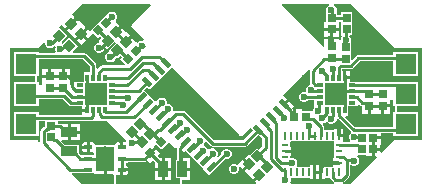
<source format=gtl>
%FSTAX44Y44*%
%MOMM*%
%SFA1B1*%

%IPPOS*%
%AMD17*
4,1,4,0.464820,-0.177800,-0.177800,0.464820,-0.464820,0.177800,0.177800,-0.464820,0.464820,-0.177800,0.0*
%
%AMD18*
4,1,4,0.464820,0.177800,0.177800,0.464820,-0.464820,-0.177800,-0.177800,-0.464820,0.464820,0.177800,0.0*
%
%AMD19*
4,1,4,-0.535940,-0.015240,-0.015240,-0.535940,0.535940,0.015240,0.015240,0.535940,-0.535940,-0.015240,0.0*
%
%AMD29*
4,1,4,-0.474980,-0.017780,-0.017780,-0.474980,0.474980,0.017780,0.017780,0.474980,-0.474980,-0.017780,0.0*
%
%AMD32*
4,1,4,-0.017780,0.474980,-0.474980,0.017780,0.017780,-0.474980,0.474980,-0.017780,-0.017780,0.474980,0.0*
%
%AMD33*
4,1,4,-0.563880,0.000000,0.000000,-0.563880,0.563880,0.000000,0.000000,0.563880,-0.563880,0.000000,0.0*
%
%AMD38*
4,1,8,0.800100,-1.000760,0.800100,1.000760,0.751840,1.049020,-0.751840,1.049020,-0.800100,1.000760,-0.800100,-1.000760,-0.751840,-1.049020,0.751840,-1.049020,0.800100,-1.000760,0.0*
1,1,0.096000,0.751840,-1.000760*
1,1,0.096000,0.751840,1.000760*
1,1,0.096000,-0.751840,1.000760*
1,1,0.096000,-0.751840,-1.000760*
%
%AMD39*
4,1,8,0.299720,-0.124460,0.299720,0.124460,0.248920,0.175260,-0.248920,0.175260,-0.299720,0.124460,-0.299720,-0.124460,-0.248920,-0.175260,0.248920,-0.175260,0.299720,-0.124460,0.0*
1,1,0.101600,0.248920,-0.124460*
1,1,0.101600,0.248920,0.124460*
1,1,0.101600,-0.248920,0.124460*
1,1,0.101600,-0.248920,-0.124460*
%
%ADD13C,0.253999*%
G04~CAMADD=17~9~0.0~0.0~358.3~161.4~0.0~0.0~0~0.0~0.0~0.0~0.0~0~0.0~0.0~0.0~0.0~0~0.0~0.0~0.0~315.0~366.0~365.0*
%ADD17D17*%
G04~CAMADD=18~9~0.0~0.0~161.4~358.3~0.0~0.0~0~0.0~0.0~0.0~0.0~0~0.0~0.0~0.0~0.0~0~0.0~0.0~0.0~315.0~366.0~365.0*
%ADD18D18*%
G04~CAMADD=19~9~0.0~0.0~291.3~307.1~0.0~0.0~0~0.0~0.0~0.0~0.0~0~0.0~0.0~0.0~0.0~0~0.0~0.0~0.0~135.0~422.0~421.0*
%ADD19D19*%
%ADD20R,0.574999X0.250000*%
%ADD21R,0.250000X0.674999*%
%ADD22R,0.779998X0.739999*%
%ADD23R,0.699999X0.649999*%
%ADD24R,0.299999X0.629999*%
%ADD25R,0.629999X0.299999*%
%ADD26R,0.739999X0.779998*%
%ADD27R,1.324997X0.824998*%
%ADD28R,0.824998X1.324997*%
G04~CAMADD=29~9~0.0~0.0~255.9~275.6~0.0~0.0~0~0.0~0.0~0.0~0.0~0~0.0~0.0~0.0~0.0~0~0.0~0.0~0.0~135.0~374.0~373.0*
%ADD29D29*%
%ADD30R,0.649999X0.699999*%
%ADD31R,1.849996X1.849996*%
G04~CAMADD=32~9~0.0~0.0~255.9~275.6~0.0~0.0~0~0.0~0.0~0.0~0.0~0~0.0~0.0~0.0~0.0~0~0.0~0.0~0.0~45.0~374.0~373.0*
%ADD32D32*%
G04~CAMADD=33~10~0.0~315.0~0.0~0.0~0.0~0.0~0~0.0~0.0~0.0~0.0~0~0.0~0.0~0.0~0.0~0~0.0~0.0~0.0~135.0~315.0~0.0*
%ADD33D33*%
%ADD36R,1.799996X1.799996*%
%ADD37C,0.499999*%
G04~CAMADD=38~8~0.0~0.0~826.8~629.9~18.9~0.0~15~0.0~0.0~0.0~0.0~0~0.0~0.0~0.0~0.0~0~0.0~0.0~0.0~270.0~630.0~827.0*
%ADD38D38*%
G04~CAMADD=39~8~0.0~0.0~137.8~236.2~20.0~0.0~15~0.0~0.0~0.0~0.0~0~0.0~0.0~0.0~0.0~0~0.0~0.0~0.0~270.0~236.0~138.0*
%ADD39D39*%
%ADD40C,0.599999*%
%LNpcb1-1*%
%LPD*%
G36*
X01203147Y00562548D02*
X01202753Y00562384D01*
X01201544Y00561175*
X01200889Y00559594*
Y00557884*
X01200612Y00557469*
X01200229*
Y00548909*
X01198989*
Y00543739*
X0120523*
X01211469*
Y0054825*
X01212692Y00549023*
X01213379Y00548724*
Y00537819*
X01213391*
X01213918Y00536549*
X0121352Y00536151*
X01212865Y0053457*
Y00533298*
X01212739Y00533155*
X01211469Y00533635*
Y00534579*
X012065*
Y00528139*
X0120396*
Y00534579*
X01198989*
Y00528359*
X01197816Y00527873*
X01163044Y00562644*
X0116353Y00563818*
X01202895*
X01203147Y00562548*
G37*
G36*
X01052142Y00562644D02*
X01035888Y0054639D01*
X01035476Y00545395*
X01035888Y005444*
X01046153Y00534135*
X01046019Y00533701*
X0104553Y00532961*
X01044079*
X01042499Y00532307*
X01041289Y00531097*
X01040246Y00531582*
X0103986Y00531925*
X01036346Y00535439*
X01031792Y00530886*
X01029996Y00532682*
X0103455Y00537236*
X01031035Y0054075*
X01030886Y00540601*
X0102796Y00543527*
X01023406Y00538973*
X0102161Y00540769*
X01026164Y00545323*
X0102265Y00548837*
X01022419Y00550012*
X01023027Y0055062*
X01023681Y005522*
Y00553911*
X01023027Y00555491*
X01021817Y00556701*
X01020237Y00557355*
X01018526*
X01016945Y00556701*
X01015736Y00555491*
X01015538Y00555015*
X01014454Y00554799*
X01007666Y00548011*
X01000949Y00541294*
X00999728Y00541411*
X00998822Y00542317*
X00995095Y00538591*
X00998821Y00534864*
X01002548Y00538591*
X01003769Y00538473*
X01007383Y00534859*
X01008925Y005364*
X01010445Y00534879*
X01008366Y005328*
X01008667Y00532499*
X01008141Y00531229*
X01007864*
X01006283Y00530574*
X01005074Y00529365*
X01004419Y00527784*
Y00526074*
X01005074Y00524493*
X01006283Y00523284*
X01007864Y00522629*
X01009574*
X01011155Y00523284*
X01012364Y00524493*
X01013019Y00526074*
Y00526351*
X01014147Y00527019*
X01015437Y00525729*
X0102149Y00531782*
X01022367Y00530905*
X01021877Y00529838*
X01016752Y00524713*
X0101715Y00524315*
X01016663Y00523006*
X0101541Y00522487*
X01014201Y00521277*
X01013546Y00519697*
Y00517986*
X01014201Y00516406*
X0101541Y00515196*
X01016991Y00514542*
X01018701*
X01020282Y00515196*
X01021491Y00516406*
X0102201Y00517658*
X01023005Y00518028*
X01023416Y00518049*
X01023823Y00517642*
X01026388Y00520207*
X0102789Y00518705*
X01026349Y00517163*
X0103045Y00513063*
X01029964Y00511889*
X01011417*
X01010414Y0051169*
X01009564Y00511122*
X01007229Y00508787*
X01005959Y00509313*
Y00512565*
X0100576Y00513568*
X01005192Y00514418*
X00997751Y00521859*
X00996901Y00522427*
X00995898Y00522626*
X00986489*
X00986003Y005238*
X00990188Y00527984*
X00982692Y0053548*
X00979581Y00532368*
X00979366Y00532225*
X00977559Y00530417*
X00977164Y00530495*
X00976746Y00531874*
X00981583Y00536711*
X00974088Y00544206*
X0097498Y00545107*
X00976318Y00546445*
X00979172Y00543591*
X00983797Y00548216*
X00988421Y0055284*
X00985567Y00555694*
X0099369Y00563818*
X01051656*
X01052142Y00562644*
G37*
G36*
X00962074Y00531793D02*
X00962929Y0053126D01*
Y00529844*
X00963583Y00528263*
X00964793Y00527053*
X00966373Y00526398*
X00968084*
X00969664Y00527053*
X00970552Y0052794*
X00971628Y00527221*
X00971301Y00526431*
Y00524721*
X00971643Y00523897*
X0097081Y00522626*
X00957229*
Y00523379*
X00936629*
Y00502779*
X00954476*
Y00497979*
X00936629*
Y00477379*
X00957229*
Y00483789*
X00977713*
X0098299Y00478512*
X0098384Y00477944*
X00984843Y00477745*
X00987539*
Y00477379*
X00994049*
Y00475889*
X00994299*
Y00475099*
X00998339*
Y00472559*
X00994299*
Y00469919*
X00962974*
X00962496Y00469824*
X00957229*
Y00472579*
X00936629*
Y00451979*
X00957229*
Y00464584*
X00962739*
Y00460433*
X00962169Y00460052*
X00962053Y00459936*
X00961972Y0045992*
X00961122Y00459352*
X00959536Y00457766*
X00958968Y00456916*
X00958769Y00455914*
Y00447872*
X00957595Y00447386*
X00956931Y0044805*
X00956336Y00448448*
X00955633Y00448587*
X0093326*
Y00468972*
Y004953*
Y00526771*
X00955883*
X00956586Y0052691*
X00957181Y00527308*
X00961755Y00531882*
X00962074Y00531793*
G37*
G36*
X01000719Y0051148D02*
Y00505979D01*
X00995539*
Y00498229*
X00995289*
Y00497979*
X00987539*
Y004953*
X00984791*
X00984139Y0049657*
Y00501469*
X009779*
Y00502739*
X0097663*
Y00509179*
X0096774*
Y00502739*
X0096647*
Y00501469*
X00960229*
Y00496299*
X00959577Y004953*
X00957229*
Y00497979*
X00955883*
Y00502779*
X00957229*
Y00517386*
X00980551*
X00980625Y00517336*
X00981628Y00517137*
X00983757*
X0098476Y00517336*
X00984833Y00517386*
X00994813*
X01000719Y0051148*
G37*
G36*
X01257947Y00527308D02*
X01258542Y0052691D01*
X01259245Y00526771*
X01281617*
Y00448587*
X01258995*
X01258292Y00448448*
X01257697Y0044805*
X01247696Y00438049*
X01246523Y00438535*
Y00439548*
X01241753*
Y00435028*
X01243016*
X01243502Y00433855*
X01221188Y0041154*
X0121501*
X01214885Y0041281*
X01215175Y00412868*
X01216025Y00413436*
X01219782Y00417193*
X0122035Y00418043*
X01220549Y00419046*
Y00427504*
X01221819Y0042803*
X01222111Y00427739*
X01223691Y00427084*
X01225402*
X01226982Y00427739*
X01228192Y00428948*
X01228846Y0043053*
Y00432239*
X01228192Y0043382*
X01227013Y00434998*
X01227019Y00435169*
X0122731Y00436268*
X01234443*
Y00435028*
X01239213*
Y00440818*
X01240483*
Y00442088*
X01246523*
Y00444609*
X01247049*
Y0044958*
X01240609*
Y0045212*
X01247049*
Y00454579*
X01257649*
Y00451979*
X01278249*
Y00472579*
X01260402*
Y00477379*
X01278249*
Y00494686*
Y00497979*
X01257649*
Y00497569*
X01227339*
Y00497979*
X01220829*
Y00499469*
X01220579*
Y00500259*
X01216539*
Y00501529*
X01215269*
Y00507219*
X01214389*
Y00509055*
X01221519*
X01222522Y00509254*
X01223372Y00509822*
X01229089Y00515539*
X01257649*
Y00502779*
X01278249*
Y0052098*
Y00523379*
X01257649*
Y00520779*
X01228003*
X01227Y0052058*
X0122615Y00520012*
X01222928Y0051679*
X01221755Y00517276*
Y00522445*
Y00532045*
X01221367Y00532625*
X01221465Y0053286*
Y0053457*
X0122081Y00536151*
X01220412Y00536549*
X01220759Y00537819*
X01222479*
Y00547319*
Y00556919*
X01213379*
Y00554739*
X01210229*
Y00557469*
X01209766*
X01209489Y00557884*
Y00559594*
X01208834Y00561175*
X01207625Y00562384*
X01207231Y00562548*
X01207484Y00563818*
X01221438*
X01257947Y00527308*
G37*
G36*
X01127812Y00452476D02*
X01128807Y00452064D01*
X01129801Y00452476*
X01135868Y00458543*
X01136846Y00459248*
X0113913Y00456964*
X01130555Y00448389*
X01105984*
X01081733Y00472641*
X01080883Y00473209*
X01079881Y00473408*
X01073376*
X01072373Y00473209*
X01072084Y00473016*
X01071058Y00473857*
X01071095Y00473946*
Y00475656*
X0107044Y00477237*
X01069231Y00478446*
X0106765Y00479101*
X0106688*
X01065869Y00479459*
X01065707Y00480274*
Y00481226*
X01065052Y00482807*
X01063843Y00484016*
X01062262Y00484671*
X01060552*
X01058971Y00484016*
X01057762Y00482807*
X01057349Y00481811*
X01055934Y00481655*
X01051555Y00486033*
X01046478Y0049111*
X01048734Y00493366*
X01051018Y00491082*
X01055755Y0049582*
X01056406Y0049647*
X01061143Y00501208*
X01061794Y00501858*
X01066284Y00506349*
X01066532Y00506596*
X01067182Y00507246*
X01070112Y00510176*
X01127812Y00452476*
G37*
G36*
X01186872Y0050775D02*
X01186811Y00507441D01*
Y00497612*
X0118701Y00496609*
X01187019Y00496596*
X01187022Y0049658*
X01186487Y00495106*
X01185651Y0049476*
X01184442Y0049355*
X01183787Y00491969*
Y00490601*
X01183353Y00489963*
X01182715Y00489528*
X01181346*
X01179765Y00488874*
X01178556Y00487664*
X01177901Y00486083*
Y00484373*
X01178556Y00482792*
X01179765Y00481584*
X01181346Y00480928*
X01183056*
X01184637Y00481584*
X01185573Y00482519*
X01190739*
Y00477379*
X011903Y00476291*
X01190154Y00476145*
X01189499Y00474564*
Y00474551*
X01188659Y00473629*
X01180099*
Y00474869*
X01174929*
Y0046863*
X01172389*
Y0047496*
X01171941Y00476042*
X01173163Y00477266*
X01169048Y0048138*
X01165802Y00478135*
X01164006Y00479931*
X01167252Y00483176*
X01163877Y00486551*
X01185702Y00508376*
X01186872Y0050775*
G37*
G36*
X01257649Y0048288D02*
Y00477379D01*
X01258995*
Y00472579*
X01257649*
Y00459819*
X01225061*
X01216675Y00468206*
X01217161Y00469379*
X01219339*
Y00477129*
X01219589*
Y00477379*
X01227339*
Y00478648*
X01228512Y00479135*
X01229293Y00478354*
X01230143Y00477786*
X01230907Y00477634*
Y00471137*
X01235877*
Y00477577*
X01238417*
Y00471137*
X01247307*
Y00477577*
X01248577*
Y00478847*
X01254817*
Y0048288*
X01257649*
G37*
G36*
X01221352Y00456117D02*
X01221746Y00454938D01*
X01221305Y00454458*
X01220546Y004537*
X01219892Y0045212*
Y00450409*
X01220546Y00448828*
X01221105Y00448269*
X01220579Y00446999*
X01215009*
Y00451234*
X01211219*
Y00452504*
X01209949*
Y00458419*
X01207429*
Y00457179*
X01198839*
Y00459689*
X0119864Y00460692*
X01198072Y00461542*
X01198048Y00461566*
X0119839Y0046302*
X01199293Y00463394*
X01200172Y00464273*
X01201277Y00464312*
X01201692Y00464156*
X01202737Y00463111*
X01204317Y00462457*
X01206028*
X01207608Y00463111*
X01208818Y00464321*
X01209473Y00465901*
Y004662*
X01210743Y00466726*
X01221352Y00456117*
G37*
G36*
X0101473Y0046482D02*
X01031293Y00448255D01*
X01030915Y00446844*
X01030749Y0044676*
X01029951Y00446919*
X01028729*
Y00442569*
X01026189*
Y00446919*
X01024966*
X01023777Y00446682*
X01022769Y00446009*
X01022096Y00445001*
X01020979Y00444904*
X01005939*
X01004822Y00445001*
X01004149Y00446009*
X01003141Y00446682*
X01001952Y00446919*
X01000729*
Y00442569*
Y00438219*
X01001952*
X01002854Y00438399*
X01004124Y00437702*
Y00436333*
X01002854Y00435882*
X01002657Y00436014*
X01001952Y00436154*
X00996966*
X00996261Y00436014*
X00995775Y00435689*
X00993084*
X00991076Y00437697*
Y00444841*
X00978932*
X00976195Y00447578*
X00976682Y00448751*
X00981881*
Y00455416*
Y00462081*
X00973986*
X00973979Y00463348*
Y00464679*
X01001621*
X01002624Y00464878*
X01002945Y00465093*
X0101473Y0046482*
G37*
G36*
X01145119Y00450975D02*
X01145635Y00451491D01*
X01146729Y00450397*
Y00443418*
X01143908Y00440597*
X01142226Y0044228*
X01136173Y00436227*
X01135296Y00437104*
X0113164Y00433448*
X01136052Y00429036*
X01135154Y00428138*
X01136052Y0042724*
X01131499Y00422686*
X01134988Y00419196*
X01134898Y00419106*
X01138413Y00415592*
X01142967Y00420146*
X01144763Y0041835*
X01140209Y00413796*
X01141291Y00412714*
X01140805Y0041154*
X01108609*
X01107907Y00411401*
X0110744Y00411088*
X01106971Y00411401*
X01106269Y0041154*
X01078366*
Y00415014*
X01085274*
Y0042291*
X01078609*
Y0042418*
X01077339*
Y00433344*
X01075746*
Y00441747*
X01076605Y00442281*
X01076919Y00442369*
X01080348Y0043894*
X01081225Y00439817*
X01086062Y0043498*
X01086635Y00434407*
X01091125Y00429917*
X01091775Y00429267*
X01096265Y00424776*
X01096838Y00424204*
X01097411Y00423631*
X01101901Y00419141*
X01110174Y00427414*
X01110015Y00427573*
X01115154Y00432712*
X01115474Y00432579*
X01117184*
X01118765Y00433234*
X01119974Y00434443*
X01120629Y00436024*
Y00437734*
X01119974Y00439315*
X01118765Y00440524*
X01117184Y00441179*
X01115474*
X01113893Y00440524*
X01112684Y00439315*
X01112029Y00437734*
Y00436999*
X01109121Y00434091*
X01108157Y0043483*
X01108812Y00436411*
Y00438121*
X01108157Y00439702*
X01106948Y00440911*
X01105367Y00441566*
X01103657*
X01102076Y00440911*
X01102042Y00440877*
X01100544Y00441175*
X01100225Y00441947*
X01099015Y00443156*
X01097555Y00443761*
X0109729Y00444327*
X01097079Y00445081*
X01097364Y00445366*
X01098019Y00446947*
Y00447147*
X01099289Y00447673*
X01103046Y00443916*
X01103896Y00443348*
X011049Y00443149*
X0113164*
X01132643Y00443348*
X01133493Y00443916*
X01142836Y00453259*
X01145119Y00450975*
G37*
G36*
X01068675Y00446433D02*
X01073066Y00442042D01*
X01074339*
Y00432104*
X01073184*
Y00416254*
X0107696*
Y0041154*
X0102235*
Y00418883*
X0102362Y00419562*
X01023777Y00419456*
X01024966Y00419219*
X01026189*
Y00423569*
X01027459*
Y00424839*
X01033053*
X01032822Y00426001*
X01032149Y00427009*
X01031165Y00427666*
X01031141Y00427806*
Y00428832*
X01031165Y00428972*
X01032149Y00429629*
X01032696Y00430449*
X01046973*
X01047976Y00430648*
X01048826Y00431216*
X01049204Y00431595*
X01051623Y00429177*
X01054014Y00431568*
X01055944Y00429638*
Y0042545*
X01061339*
Y00433344*
X0105965*
X0105772Y00435274*
X01059811Y00437365*
X01056438Y00440738*
X01052344Y00436644*
X01050548Y0043844*
X01054642Y00442534*
X01054023Y00443153*
X01056257Y00445387*
X01061169Y00440476*
X01067603Y00446911*
X01068675Y00446433*
G37*
G36*
X01207429Y00446589D02*
X01207669D01*
Y00441829*
Y00433169*
X01206429*
Y00430649*
X01211844*
Y00428109*
X01206429*
Y00425929*
X01200009*
Y00427169*
X01197489*
Y00421254*
Y00415339*
X01200009*
Y00416579*
X01203765*
X01203818Y00416314*
X01204386Y00415464*
X01206414Y00413436*
X01207264Y00412868*
X01207554Y0041281*
X01207429Y0041154*
X01170756*
X01170096Y00412811*
X01170559Y00413929*
Y00415639*
X01171187Y00416579*
X01187429*
Y00415339*
X01189949*
Y00421254*
Y00427169*
X01187429*
Y00425929*
X01176315*
X01175799Y00427199*
X01176364Y00428564*
Y00430274*
X01175709Y00431855*
X011745Y00433064*
X01172919Y00433719*
X01171209*
X01170825Y0043356*
X01169769Y00434266*
Y00435589*
X01171009*
Y00438109*
X01165594*
Y00440649*
X01171009*
Y00443169*
X01169769*
Y00446929*
X01170662Y00447829*
X01207429*
Y00446589*
G37*
G36*
X0101473Y0041997D02*
X01019982D01*
X01020452Y00419657*
X01020942Y00418883*
Y0041154*
X0099344*
X00985206Y00419775*
X00985692Y00420949*
X00995775*
X00996261Y00420624*
X00996966Y00420484*
X01001952*
X01002657Y00420624*
X01003255Y00421023*
X01004397Y00420447*
X01004761Y00420204*
X01005939Y0041997*
X0101219*
Y0043307*
X0101473*
Y0041997*
G37*
%LNpcb1-2*%
%LPC*%
G36*
X01211469Y00541199D02*
X012065D01*
Y00536029*
X01211469*
Y00541199*
G37*
G36*
X0120396D02*
X01198989D01*
Y00536029*
X0120396*
Y00541199*
G37*
G36*
X00990217Y00551044D02*
X00985593Y00546419D01*
X00980968Y00541795*
X00984111Y00538652*
X0098405Y00538591*
X00987777Y00534864*
X00992401Y00539489*
X00997026Y00544113*
X00993883Y00547256*
X00993944Y00547317*
X00990217Y00551044*
G37*
G36*
X00993299Y00536795D02*
X00989573Y00533068D01*
X00993299Y00529342*
X00997026Y00533068*
X00993299Y00536795*
G37*
G36*
X00984139Y00509179D02*
X0097917D01*
Y00504009*
X00984139*
Y00509179*
G37*
G36*
X009652D02*
X00960229D01*
Y00504009*
X009652*
Y00509179*
G37*
G36*
X01220579Y00507219D02*
X01217809D01*
Y00502799*
X01220579*
Y00507219*
G37*
G36*
X01254817Y00476307D02*
X01249847D01*
Y00471137*
X01254817*
Y00476307*
G37*
G36*
X01215009Y00458419D02*
X01212489D01*
Y00453774*
X01215009*
Y00458419*
G37*
G36*
X00984421Y00462081D02*
Y00456686D01*
X00992316*
Y00462081*
X00984421*
G37*
G36*
X00992316Y00454146D02*
X00984421D01*
Y00448751*
X00992316*
Y00454146*
G37*
G36*
X00998189Y00446919D02*
X00996966D01*
X00995778Y00446682*
X00994769Y00446009*
X00994096Y00445001*
X00993865Y00443839*
X00998189*
Y00446919*
G37*
G36*
Y00441299D02*
X00993865D01*
X00994096Y00440137*
X00994769Y00439129*
X00995778Y00438456*
X00996966Y00438219*
X00998189*
Y00441299*
G37*
G36*
X01129844Y00431652D02*
X01126464Y00428272D01*
X01126288Y00428096*
X0112565Y00427948*
X01124964Y00427887*
X01123534Y00428479*
X01121824*
X01120243Y00427824*
X01119034Y00426615*
X01118379Y00425034*
Y00423324*
X01119034Y00421743*
X01120243Y00420534*
X01121824Y00419879*
X01123534*
X01125115Y00420534*
X01126324Y00421743*
X01126979Y00423324*
Y00425034*
X01126713Y00425675*
X0112779Y00426395*
X01129703Y00424482*
X01133358Y00428138*
X01129844Y00431652*
G37*
G36*
X01085274Y00433344D02*
X01079879D01*
Y0042545*
X01085274*
Y00433344*
G37*
G36*
X01069274D02*
X01063879D01*
Y0042545*
X01069274*
Y00433344*
G37*
G36*
X01033053Y00422299D02*
X01028729D01*
Y00419219*
X01029951*
X01031141Y00419456*
X01032149Y00420129*
X01032822Y00421137*
X01033053Y00422299*
G37*
G36*
X01069274Y0042291D02*
X01063879D01*
Y00415014*
X01069274*
Y0042291*
G37*
G36*
X01061339D02*
X01055944D01*
Y00415014*
X01061339*
Y0042291*
G37*
G36*
X01194949Y00427169D02*
X01192489D01*
Y00421254*
Y00415339*
X01194949*
Y00421254*
Y00427169*
G37*
%LNpcb1-3*%
%LPD*%
G54D13*
X01189023Y00491114D02*
X01189729Y00490409D01*
X0118229Y0048514D02*
X01195189D01*
X01188087Y00491114D02*
X01189023D01*
X01182201Y00485228D02*
X0118229Y0048514D01*
X01189729Y00490409D02*
X01194959D01*
X01159813Y00473155D02*
X01164715Y00468253D01*
X01194461Y00474371D02*
Y00479949D01*
X01194691Y00480179D02*
X01195189D01*
X01194461Y00479949D02*
X01194691Y00480179D01*
X011938Y0047371D02*
X01194461Y00474371D01*
X01104382Y00425646D02*
X01115615Y0043688D01*
X0111633*
X01103669Y00425646D02*
X01104382D01*
X01186261Y00453901D02*
Y00460103D01*
X01189408Y0046667D02*
X01191288Y0046479D01*
Y0046462D02*
Y0046479D01*
Y0046462D02*
X01196219Y00459689D01*
X01183459Y0046863D02*
X01185418Y0046667D01*
X01189408*
X01196219Y00452504D02*
Y00459689D01*
X01196858Y00467039D02*
Y00467498D01*
X01201309Y00471949*
Y00473899*
X01095981Y00439511D02*
X01096579D01*
X01092893Y00436423D02*
X01095981Y00439511D01*
X01098281Y00431034D02*
X01104512Y00437266D01*
X01077393Y00452587D02*
X01082295Y00457489D01*
X01076728Y00452587D02*
X01077393D01*
X01082295Y00457489D02*
X0108296D01*
X01071637Y00457975D02*
X01076721Y00463059D01*
X01077017*
X0107134Y00457975D02*
X01071637D01*
X01079881Y00470789D02*
X011049Y0044577D01*
X01073376Y00470789D02*
X01079881D01*
X01065952Y00463363D02*
X01073376Y00470789D01*
X0106004Y00457452D02*
X01065952Y00463363D01*
X01093607Y00447802D02*
X01093719D01*
X01087616Y00441811D02*
X01093607Y00447802D01*
X01087504Y00441811D02*
X01087616D01*
X01197418Y005073D02*
X01201539Y00503179D01*
X01197418Y005073D02*
Y00507551D01*
X01211265Y00454037D02*
Y00460239D01*
X0110366Y00425655D02*
D01*
X01142084Y00435068D02*
X0114935Y00442332D01*
X01055175Y0047414D02*
X01061407Y00480371D01*
X01060655Y00468752D02*
X01066704Y00474801D01*
X01055175Y0047414D02*
D01*
X01066704Y00474801D02*
X01066795D01*
X01143352Y0045748D02*
D01*
X0113164Y0044577D02*
X01143352Y0045748D01*
X01060564Y00468752D02*
X01060655D01*
X011049Y0044577D02*
X0113164D01*
X01194959Y00495409D02*
X01195189Y00495179D01*
X01189431Y00497612D02*
Y00507441D01*
X01191634Y00495409D02*
X01194959D01*
X01189431Y00497612D02*
X01191634Y00495409D01*
X01036699Y00446929D02*
X01042559D01*
X0096139Y00446145D02*
Y00455914D01*
X00962974Y00457499*
X00963322D02*
X00964022Y00458199D01*
X00962974Y00457499D02*
X00963322D01*
X00964022Y00458199D02*
X00965309D01*
X0096774Y00460629*
Y00460829*
X00988506Y00436561D02*
X00991999Y0043307D01*
X00970169Y00448399D02*
X00971669D01*
X00991999Y0043307D02*
X01008459D01*
X00971669Y00448399D02*
X00983506Y00436561D01*
X0096139Y00446145D02*
X00983965Y00423569D01*
X00999459*
X00983506Y00436561D02*
X00988506D01*
X0096774Y00450829D02*
Y00451029D01*
Y00450829D02*
X00970169Y00448399D01*
X01027268Y00442569D02*
X01027459D01*
X01026788Y00443049D02*
Y00446641D01*
X0102131Y0045212D02*
X01026788Y00446641D01*
Y00443049D02*
X01027268Y00442569D01*
X010033Y0045212D02*
X0102131D01*
X00999459Y00442569D02*
Y00448279D01*
X00992322Y00455416D02*
X00999459Y00448279D01*
X00980651Y00455416D02*
X00992322D01*
X00999459Y00448279D02*
X010033Y0045212D01*
X01012522Y00547043D02*
X01018415Y00552936D01*
X01043968Y00528541D02*
X01046544D01*
X01038075Y00522649D02*
X01043968Y00528541D01*
X00976423Y00525576D02*
X00981219Y00530372D01*
X01231146Y00480207D02*
X01234717D01*
X01226403Y00484949D02*
X01231146Y00480207D01*
X01237147Y00477577D02*
Y00477777D01*
X01234717Y00480207D02*
X01237147Y00477777D01*
Y00477577D02*
X01248577D01*
X01237147Y00487377D02*
X01248577D01*
X01223119Y00489949D02*
X01234717D01*
X01237147Y00487377D02*
Y00487519D01*
X01234717Y00489949D02*
X01237147Y00487519D01*
X00984006Y00520006D02*
X00995898D01*
X00981379D02*
X00981628Y00519757D01*
X00995898Y00520006D02*
X01003339Y00512565D01*
X00953856Y00520006D02*
X00981379D01*
X00981628Y00519757D02*
X00983757D01*
X00975601Y00525576D02*
X00976423D01*
X00946929Y0051308D02*
X00953856Y00520006D01*
X00983757Y00519757D02*
X00984006Y00520006D01*
X00981219Y00530372D02*
X00982461D01*
X00968195Y00530818D02*
X00974088Y00536711D01*
X01001621Y00467299D02*
X01003109Y00468787D01*
X00946929Y0046228D02*
X00951854Y00467204D01*
X00962879*
X00962974Y00467299*
X01001621*
X01003109Y00468787D02*
Y00473599D01*
X00991803Y00480365D02*
X00991989Y00480179D01*
X00984843Y00480365D02*
X00991803D01*
X00978798Y0048641D02*
X00984843Y00480365D01*
X00948199Y0048641D02*
X00978798D01*
X00946929Y0048768D02*
X00948199Y0048641D01*
X00983117Y00546197D02*
X00989009Y00552089D01*
X0099223Y00538103D02*
X00998123Y00543996D01*
X0100756Y0054147D02*
X01015578Y00533452D01*
Y00532942D02*
Y00533452D01*
X01166219Y00414824D02*
Y00421254D01*
X01165594Y00429379D02*
X01172024D01*
X0120523Y00552269D02*
X01205379Y00552119D01*
X0121793*
X0114935Y00442332D02*
Y00451483D01*
X01143352Y0045748D02*
X0114935Y00451483D01*
X01143567Y0043513D02*
X01152063Y00426633D01*
X01152277*
X01143567Y0043513D02*
Y00435523D01*
X0115824Y00433596D02*
X01161367Y00430468D01*
X01150508Y00459998D02*
X011541Y00456405D01*
Y00432305D02*
X01163204Y004232D01*
X011541Y00432305D02*
Y00456405D01*
X01154128Y00467153D02*
X0115824Y00463042D01*
Y00433596D02*
Y00463042D01*
X01163204Y004232D02*
X01166199D01*
X0114874Y00462868D02*
X01150508Y00461101D01*
Y00459998D02*
Y00461101D01*
X01161367Y00430468D02*
D01*
X01162436Y00429399D02*
X01165574D01*
X01161367Y00430468D02*
X01162436Y00429399D01*
X01165574D02*
X01165594Y00429379D01*
X01161367Y00430468D02*
D01*
X01154128Y00467153D02*
Y00468256D01*
X0120523Y00552269D02*
Y00558699D01*
X01205189Y00534609D02*
X01205209Y00534629D01*
Y00542449D02*
X0120523Y00542469D01*
X01205209Y00534629D02*
Y00542449D01*
X01217547Y00534097D02*
Y00542237D01*
X01217165Y00533715D02*
X01217547Y00534097D01*
Y00542237D02*
X0121793Y00542619D01*
X01164904Y00479033D02*
X01171029Y00472908D01*
Y00471059D02*
Y00472908D01*
Y00471059D02*
X01173459Y0046863D01*
X01173659*
X01224492Y00450964D02*
X01230694D01*
X01218044Y00431684D02*
X01224246D01*
X01211769Y00469406D02*
Y00473599D01*
Y00469406D02*
X01223976Y004572D01*
X01262869*
X01211539Y00473829D02*
X01211769Y00473599D01*
X01189899Y00439379D02*
X01199899Y00429379D01*
X01165594Y00439379D02*
X01189899D01*
X01199899Y00429379D02*
X01211844D01*
X01240483Y00450723D02*
X01240609Y0045085D01*
X01240483Y00440818D02*
Y00450723D01*
X01227172Y00444379D02*
X01230733Y00440818D01*
X01211844Y00444379D02*
X01227172D01*
X01230733Y00440818D02*
X01230983D01*
X01166219Y00421254D02*
Y0042318D01*
X01166199Y004232D02*
X01166219Y0042318D01*
X01262869Y004572D02*
X01267949Y0046228D01*
X01186219Y00452504D02*
X01191219D01*
X01206239Y00417317D02*
Y00421234D01*
X01208267Y0041529D02*
X01214172D01*
X01206239Y00417317D02*
X01208267Y0041529D01*
X01206219Y00421254D02*
X01206239Y00421234D01*
X01214172Y0041529D02*
X0121793Y00419046D01*
Y004318*
X01215369Y00434359D02*
X0121793Y004318D01*
X01211844Y00434379D02*
X01211864Y00434359D01*
X01215369*
X01196219Y00421254D02*
Y00425699D01*
X01199899Y00429379*
X01191219Y00421254D02*
X01196219D01*
X01206309Y00473599D02*
X01206539Y00473829D01*
X01206309Y00468829D02*
Y00473599D01*
X01205173Y00467693D02*
X01206309Y00468829D01*
X01205173Y00466757D02*
Y00467693D01*
X01206369Y00501699D02*
Y00508548D01*
Y00501699D02*
X01206539Y00501529D01*
X01206199Y00508718D02*
X01206369Y00508548D01*
X01201539Y00501529D02*
Y00503179D01*
X0107696Y00425829D02*
Y00442042D01*
Y00425829D02*
X01078609Y0042418D01*
X01082116Y00447199D02*
D01*
X0107696Y00442042D02*
X01082116Y00447199D01*
X01051446Y00437542D02*
X01051746D01*
X01051446D02*
D01*
X01051746D02*
X01062609Y00426679D01*
Y0042418D02*
Y00426679D01*
X01036267Y00455754D02*
X0104451Y00447511D01*
Y00447302D02*
Y00447511D01*
X01053848Y00454232D02*
X01054877D01*
X0105144D02*
X01053848D01*
X01060992Y00447088*
X01045395Y00462684D02*
X01053848Y00454232D01*
X01054877D02*
X01058097Y00457452D01*
X0106004*
X01043197Y00462684D02*
X01045395D01*
X01027459Y0043307D02*
X01046973D01*
X01051446Y00437542*
X00977796Y00458271D02*
X00980651Y00455416D01*
X0096774Y00460829D02*
X00975249D01*
X00977796Y00458282*
Y00458271D02*
Y00458282D01*
X01027459Y00423569D02*
D01*
Y0043307*
X01026988Y00544868D02*
X01029565D01*
X0103078Y00531898D02*
X01030894Y00531784D01*
X01022806Y00539871D02*
X0103078Y00531898D01*
X01021095Y00538975D02*
X01026988Y00544868D01*
X01035913Y00537031D02*
X0103849D01*
X0103078Y00531898D02*
X01035913Y00537031D01*
X01030021Y00531138D02*
X0103078Y00531898D01*
X01038369Y00468109D02*
X01049787Y00479528D01*
X01010775Y00468109D02*
X01038369D01*
X01008339Y00472179D02*
X01009269Y00471249D01*
X01008339Y00472179D02*
Y00473829D01*
X01009269Y00469615D02*
X01010775Y00468109D01*
X01009269Y00469615D02*
Y00471249D01*
X01003109Y00473599D02*
X01003339Y00473829D01*
X01043716Y00484916D02*
X01044399D01*
X01013569Y00472193D02*
X01030993D01*
X01043716Y00484916*
X01025453Y00480179D02*
X01027426Y00478206D01*
X01028362*
X0103505Y0049022D02*
X01041882D01*
X01020023Y00485185D02*
X01020259Y00484949D01*
X01041882Y0049022D02*
X0104925Y00497587D01*
X01032389Y00495179D02*
X0104521Y00508D01*
X01019689Y00490179D02*
X01035009D01*
X01019689Y00480179D02*
X01025453D01*
X01032169Y00484949D02*
X0103251Y00484609D01*
X01020259Y00484949D02*
X01032169D01*
X01035009Y00490179D02*
X0103505Y0049022D01*
X01019689Y00495179D02*
X01032389D01*
X01018813Y00518962D02*
X01024705Y00524854D01*
X01016236Y00518962D02*
X01018813D01*
X0100711Y0052705D02*
X01009686D01*
X01015578Y00532942*
X01025446Y00524854D02*
X0103296Y0051734D01*
X01023964Y00524854D02*
X01025446D01*
X01022508Y00539871D02*
X01022806D01*
X01011417Y0050927D02*
X01034891D01*
X01045401Y0051435D02*
X01054041D01*
X01013339Y00501529D02*
X01032581D01*
X01045401Y0051435*
X01034891Y0050927D02*
X01045051Y0051943D01*
X01059214*
X0104521Y00508D02*
X01049614D01*
X01013339Y00472423D02*
Y00473829D01*
Y00472423D02*
X01013569Y00472193D01*
X01008339Y00501529D02*
X01008487Y00501677D01*
Y00506339D02*
X01011417Y0050927D01*
X01008487Y00501677D02*
Y00506339D01*
X01059214Y0051943D02*
X01064891Y00513752D01*
X01065414*
X01054041Y0051435D02*
X01060026Y00508364D01*
X01054638Y00502975D02*
D01*
X01049614Y00508D02*
X01054638Y00502975D01*
X0104925Y00497587D02*
D01*
X00998339Y00495179D02*
Y00501529D01*
Y00495179D02*
X01000339Y00493179D01*
X00997859Y00485179D02*
X01000339Y00482699D01*
Y00482179D02*
Y00482699D01*
X00991989Y00485179D02*
X00997859D01*
X00998339Y00480179D02*
X01000339Y00482179D01*
X00998339Y00473829D02*
Y00480179D01*
X0096647Y00502739D02*
X009779D01*
X00978079Y0050292*
X0098171*
X00988474Y00490409D02*
X00991759D01*
X00985092Y00493792D02*
X00988474Y00490409D01*
X0098171Y0050292D02*
X00985092Y00499536D01*
X00991759Y00490409D02*
X00991989Y00490179D01*
X00985092Y00493792D02*
Y00499536D01*
X009779Y00492739D02*
Y00492939D01*
Y00492739D02*
X00985459Y00485179D01*
X00991989*
X0096647Y00492939D02*
X009779D01*
X01003339Y00501529D02*
Y00512565D01*
X01262869Y0051816D02*
X01267949Y0051308D01*
X01221519Y00511675D02*
X01228003Y0051816D01*
X01262869*
X01213257Y00511675D02*
X01221519D01*
X01211769Y00501759D02*
Y00510187D01*
X01213257Y00511675*
X01223119Y00494949D02*
X01260679D01*
X01267949Y0048768*
X01222889Y00490179D02*
X01223119Y00489949D01*
X01222889Y00485179D02*
X01223119Y00484949D01*
X01226403*
X01189431Y00507441D02*
X01199207Y00517217D01*
X01204107D02*
X0120523Y00518339D01*
X01199207Y00517217D02*
X01204107D01*
X0120523Y00528139D02*
Y00534569D01*
X01217205Y00527245D02*
Y00533675D01*
X01205823Y00517745D02*
X01217205D01*
X0120523Y00518339D02*
X01205823Y00517745D01*
X01194959Y00490409D02*
X01195189Y00490179D01*
X01211539Y00501529D02*
X01211769Y00501759D01*
X01216539Y00495179D02*
Y00501529D01*
X01214539Y00493179D02*
X01216539Y00495179D01*
X01222889D02*
X01223119Y00494949D01*
X01214539Y00492659D02*
X01217019Y00490179D01*
X01214539Y00492659D02*
Y00493179D01*
X01217019Y00490179D02*
X01222889D01*
X01214539Y00482179D02*
X01216539Y00480179D01*
Y00473829D02*
Y00480179D01*
G54D17*
X01164904Y00479033D03*
X01159516Y00473645D03*
X01154128Y00468256D03*
X0114874Y00462868D03*
X01143352Y0045748D03*
X01065414Y00513752D03*
X01060026Y00508364D03*
X01054638Y00502975D03*
X0104925Y00497587D03*
G54D18*
X01098281Y00431034D03*
X01082116Y00447199D03*
X01076728Y00452587D03*
X01065952Y00463363D03*
X01060564Y00468752D03*
X01055175Y0047414D03*
X01049787Y00479528D03*
X01044399Y00484916D03*
X0107134Y00457975D03*
X01087504Y00441811D03*
X01092893Y00436423D03*
X01103669Y00425646D03*
G54D19*
X01143865Y00419248D03*
X01150794Y00426178D03*
X01135154Y00428138D03*
X01142084Y00435068D03*
X0105144Y00454232D03*
X0104451Y00447302D03*
X01043197Y00462684D03*
X01036267Y00455754D03*
X01023964Y00524854D03*
X01030894Y00531784D03*
X01015578Y00532942D03*
X01022508Y00539871D03*
G54D20*
X01211844Y00444379D03*
Y00439379D03*
Y00434379D03*
Y00429379D03*
X01165594D03*
Y00434379D03*
Y00439379D03*
Y00444379D03*
G54D21*
X01166219Y00452504D03*
X01171219D03*
X01176219D03*
X01181219D03*
X01186219D03*
X01191219D03*
X01196219D03*
X01201219D03*
X01206219D03*
X01211219D03*
X01206219Y00421254D03*
X01201219D03*
X01196219D03*
X01191219D03*
X01186219D03*
X01181219D03*
X01176219D03*
X01171219D03*
X01166219D03*
X01211219D03*
G54D22*
X01173659Y0046863D03*
X01183459D03*
X01230809Y0045085D03*
X01240609D03*
G54D23*
X01240483Y00440818D03*
X01230983D03*
G54D24*
X01206539Y00473829D03*
Y00501529D03*
X01201539D03*
X01013339D03*
X01008339D03*
X01003339D03*
X00998339D03*
Y00473829D03*
X01003339D03*
X01008339D03*
X01013339D03*
X01201539D03*
X01211539D03*
X01216539D03*
Y00501529D03*
X01211539D03*
G54D25*
X01195189Y00480179D03*
X00991989Y00495179D03*
Y00490179D03*
Y00485179D03*
Y00480179D03*
X01019689D03*
Y00485179D03*
Y00490179D03*
Y00495179D03*
X01222889Y00480179D03*
Y00485179D03*
Y00490179D03*
Y00495179D03*
X01195189D03*
Y00490179D03*
Y00485179D03*
G54D26*
X0096774Y00460829D03*
Y00451029D03*
X009779Y00502739D03*
Y00492939D03*
X0096647Y00502739D03*
Y00492939D03*
X01237147Y00477577D03*
Y00487377D03*
X01248577Y00477577D03*
Y00487377D03*
X0120523Y00552269D03*
Y00542469D03*
Y00518339D03*
Y00528139D03*
G54D27*
X00983151Y00455416D03*
Y00439416D03*
G54D28*
X01062609Y0042418D03*
X01078609D03*
G54D29*
X0103296Y0051734D03*
X01039678Y00524058D03*
X0100756Y0054147D03*
X01014278Y00548188D03*
G54D30*
X0121793Y00552119D03*
Y00542619D03*
X01217205Y00517745D03*
Y00527245D03*
G54D31*
X0100584Y0048768D03*
X0120904D03*
G54D32*
X01060992Y00447088D03*
X01051446Y00437542D03*
G54D33*
X00974088Y00536711D03*
X00984695Y00547317D03*
X00982692Y00527984D03*
X00993299Y00538591D03*
G54D36*
X01267949Y0051308D03*
Y0048768D03*
Y0046228D03*
X00946929D03*
Y0048768D03*
Y0051308D03*
G54D37*
X01253996Y00505998D03*
Y00450998D03*
X01248496Y00527998D03*
X01251246Y00511498D03*
X01248496Y00505998D03*
X01251246Y00500498D03*
Y00445498D03*
X01245747Y00533498D03*
X01242997Y00527998D03*
X01245747Y00511498D03*
X01242997Y00505998D03*
X01245747Y00500498D03*
X01237496Y00538998D03*
X01240246Y00533498D03*
X01237496Y00527998D03*
X01240246Y00511498D03*
X01237496Y00505998D03*
X01240246Y00500498D03*
X01234746Y00544498D03*
X01231997Y00538998D03*
X01234746Y00533498D03*
X01231997Y00527998D03*
X01234746Y00511498D03*
X01231997Y00505998D03*
X01234746Y00500498D03*
X01231997Y00428998D03*
X01226496Y00549998D03*
X01229247Y00544498D03*
X01226496Y00538998D03*
X01229247Y00533498D03*
X01226496Y00527998D03*
X01229247Y00511498D03*
X01226496Y00505998D03*
X01229247Y00500498D03*
Y00423498D03*
X01223746D03*
X01215497Y00560998D03*
X01204497Y00439998D03*
X01198997D03*
X01193497Y00560998D03*
X01196247Y00555498D03*
X01193497Y00549998D03*
X01196247Y00544498D03*
X01193497Y00538998D03*
X01196247Y00533498D03*
X01193497Y00439998D03*
X01187997Y00560998D03*
X01190747Y00555498D03*
X01187997Y00549998D03*
X01190747Y00544498D03*
X01187997Y00439998D03*
X01182497Y00560998D03*
X01185247Y00555498D03*
X01182497Y00549998D03*
X01185247Y00544498D03*
X01176997Y00560998D03*
X01179747Y00555498D03*
X01171497Y00560998D03*
X01174247Y00555498D03*
X01119247Y00456498D03*
X01108247Y00467498D03*
X01097247Y00478498D03*
X01088997Y00483998D03*
X01086247Y00489498D03*
X01077997Y00494998D03*
X01080747Y00489498D03*
X01075247Y00500498D03*
X01072497Y00494998D03*
X01075247Y00489498D03*
X01069747Y00500498D03*
X01066997Y00494998D03*
X01069747Y00489498D03*
X01064247Y00500498D03*
X01061497Y00494998D03*
X01064247Y00489498D03*
X01058747D03*
X01053247D03*
X01044997Y00560998D03*
X01039497D03*
X01033997D03*
X01036747Y00555498D03*
X01033997Y00549998D03*
X01028497Y00560998D03*
X01031247Y00555498D03*
X01022997Y00560998D03*
X01017497D03*
X01011997D03*
X01006497D03*
X01009247Y00555498D03*
X01000997Y00560998D03*
X01003747Y00555498D03*
Y00533498D03*
X00995497Y00560998D03*
X00998247Y00555498D03*
X00984497Y00472998D03*
X00978997D03*
X00976247Y00478498D03*
X00973497Y00472998D03*
X00970747Y00478498D03*
X00967997Y00472998D03*
X00965247Y00478498D03*
X00962497Y00472998D03*
X01251246Y00467498D03*
X01245747D03*
X01240246D03*
X01234746D03*
X01229247D03*
X01223746D03*
X01017497Y00450998D03*
X01011997D03*
X01006497D03*
X01000997D03*
X00995497D03*
X00987247Y00500498D03*
X01044997Y00417998D03*
X01042247Y00423498D03*
X01039497Y00417998D03*
X01036747Y00423498D03*
X01033997Y00417998D03*
X00994515Y00513384D03*
X00992747Y00505998D03*
X01223746Y00472998D03*
X00989015Y00513384D03*
X00983515D03*
X00978015D03*
X00972515D03*
X00967015D03*
X00961515D03*
X00987247Y00505998D03*
X01008459Y0043307D03*
X0101346Y00441069D03*
X01018459Y0043307D03*
X0101346Y00425069D03*
X01011339Y00493179D03*
Y00482179D03*
X01000339Y00493179D03*
Y00482179D03*
X01203539D03*
Y00493179D03*
X01214539Y00482179D03*
Y00493179D03*
G54D38*
X0101346Y0043307D03*
G54D39*
X01027459Y00442569D03*
Y0043307D03*
Y00423569D03*
X00999459D03*
Y0043307D03*
Y00442569D03*
G54D40*
X0109093Y0041529D03*
X01182878Y0050146D03*
X01188087Y00491114D03*
X01182201Y00485228D03*
X01164715Y00467588D03*
X011938Y0047371D03*
X01186561Y00460403D03*
X0111633Y0043688D03*
X01196858Y00467039D03*
X01096579Y00439511D03*
X01104512Y00437266D03*
X0108296Y00457489D03*
X01077017Y00463059D03*
X01093719Y00447802D03*
X01197418Y00507551D03*
X01211565Y00460539D03*
X0112268Y0042418D03*
X01061407Y00480371D03*
X01066795Y00474801D03*
X0103632Y00446549D03*
X00975601Y00525576D03*
X00967229Y00530698D03*
X00989976Y00552209D03*
X00999089Y00544116D03*
X01019381Y00553056D03*
X01166259Y00414784D03*
X01172064Y00429419D03*
X01205189Y00558739D03*
X01224192Y00451264D03*
X01224546Y00431384D03*
X01205173Y00466757D03*
X01206199Y00508718D03*
X01028362Y00478206D03*
X0103251Y00484609D03*
X01044934Y00528661D03*
X0103688Y00537151D03*
X01027955Y00544988D03*
X01017846Y00518842D03*
X01008719Y00526929D03*
X01205189Y00534609D03*
X01217165Y00533715D03*
M02*
</source>
